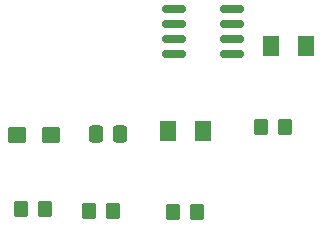
<source format=gbr>
%TF.GenerationSoftware,KiCad,Pcbnew,(6.0.10)*%
%TF.CreationDate,2023-02-17T09:16:45-08:00*%
%TF.ProjectId,Excercise2,45786365-7263-4697-9365-322e6b696361,rev?*%
%TF.SameCoordinates,Original*%
%TF.FileFunction,Paste,Top*%
%TF.FilePolarity,Positive*%
%FSLAX46Y46*%
G04 Gerber Fmt 4.6, Leading zero omitted, Abs format (unit mm)*
G04 Created by KiCad (PCBNEW (6.0.10)) date 2023-02-17 09:16:45*
%MOMM*%
%LPD*%
G01*
G04 APERTURE LIST*
G04 Aperture macros list*
%AMRoundRect*
0 Rectangle with rounded corners*
0 $1 Rounding radius*
0 $2 $3 $4 $5 $6 $7 $8 $9 X,Y pos of 4 corners*
0 Add a 4 corners polygon primitive as box body*
4,1,4,$2,$3,$4,$5,$6,$7,$8,$9,$2,$3,0*
0 Add four circle primitives for the rounded corners*
1,1,$1+$1,$2,$3*
1,1,$1+$1,$4,$5*
1,1,$1+$1,$6,$7*
1,1,$1+$1,$8,$9*
0 Add four rect primitives between the rounded corners*
20,1,$1+$1,$2,$3,$4,$5,0*
20,1,$1+$1,$4,$5,$6,$7,0*
20,1,$1+$1,$6,$7,$8,$9,0*
20,1,$1+$1,$8,$9,$2,$3,0*%
G04 Aperture macros list end*
%ADD10RoundRect,0.250000X-0.350000X-0.450000X0.350000X-0.450000X0.350000X0.450000X-0.350000X0.450000X0*%
%ADD11RoundRect,0.250001X-0.462499X-0.624999X0.462499X-0.624999X0.462499X0.624999X-0.462499X0.624999X0*%
%ADD12RoundRect,0.150000X-0.825000X-0.150000X0.825000X-0.150000X0.825000X0.150000X-0.825000X0.150000X0*%
%ADD13RoundRect,0.250000X-0.337500X-0.475000X0.337500X-0.475000X0.337500X0.475000X-0.337500X0.475000X0*%
%ADD14RoundRect,0.250000X-0.537500X-0.425000X0.537500X-0.425000X0.537500X0.425000X-0.537500X0.425000X0*%
G04 APERTURE END LIST*
D10*
%TO.C,R2*%
X134490000Y-93825000D03*
X136490000Y-93825000D03*
%TD*%
D11*
%TO.C,D1*%
X155647500Y-79970000D03*
X158622500Y-79970000D03*
%TD*%
D10*
%TO.C,R4*%
X154780000Y-86825000D03*
X156780000Y-86825000D03*
%TD*%
D12*
%TO.C,U1*%
X147415000Y-76835000D03*
X147415000Y-78105000D03*
X147415000Y-79375000D03*
X147415000Y-80645000D03*
X152365000Y-80645000D03*
X152365000Y-79375000D03*
X152365000Y-78105000D03*
X152365000Y-76835000D03*
%TD*%
D10*
%TO.C,R1*%
X140240000Y-93935000D03*
X142240000Y-93935000D03*
%TD*%
D11*
%TO.C,D2*%
X146910000Y-87220000D03*
X149885000Y-87220000D03*
%TD*%
D13*
%TO.C,C2*%
X140793752Y-87470000D03*
X142868752Y-87470000D03*
%TD*%
D14*
%TO.C,C1*%
X134122500Y-87500000D03*
X136997500Y-87500000D03*
%TD*%
D10*
%TO.C,R3*%
X147350000Y-94075000D03*
X149350000Y-94075000D03*
%TD*%
M02*

</source>
